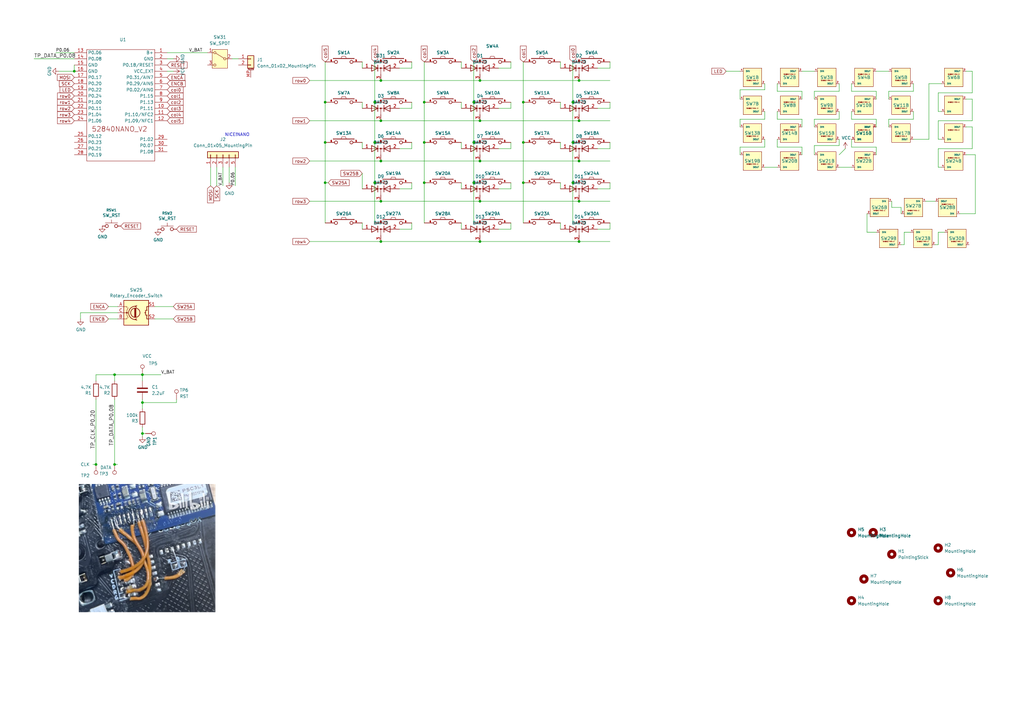
<source format=kicad_sch>
(kicad_sch (version 20231120) (generator "eeschema") (generator_version "8.0")
  (paper "A3")
  (junction (at 156.21 33.02))
  (junction (at 196.85 99.06))
  (junction (at 194.31 74.93))
  (junction (at 173.99 58.42))
  (junction (at 133.35 58.42))
  (junction (at 214.63 58.42))
  (junction (at 194.31 58.42))
  (junction (at 194.31 41.91))
  (junction (at 234.95 41.91))
  (junction (at 237.49 99.06))
  (junction (at 156.21 66.04))
  (junction (at 237.49 49.53))
  (junction (at 234.95 58.42))
  (junction (at 237.49 66.04))
  (junction (at 237.49 82.55))
  (junction (at 39.37 190.5))
  (junction (at 196.85 66.04))
  (junction (at 196.85 82.55))
  (junction (at 156.21 82.55))
  (junction (at 156.21 99.06))
  (junction (at 133.35 41.91))
  (junction (at 133.35 74.93))
  (junction (at 30.48 29.21))
  (junction (at 58.42 153.67))
  (junction (at 58.42 177.8))
  (junction (at 237.49 33.02))
  (junction (at 173.99 74.93))
  (junction (at 196.85 33.02))
  (junction (at 46.99 153.67))
  (junction (at 153.67 74.93))
  (junction (at 153.67 58.42))
  (junction (at 173.99 41.91))
  (junction (at 156.21 49.53))
  (junction (at 58.42 165.1))
  (junction (at 214.63 41.91))
  (junction (at 214.63 74.93))
  (junction (at 153.67 41.91))
  (junction (at 196.85 49.53))
  (junction (at 234.95 74.93))
  (junction (at 46.99 190.5))
  (wire (pts (xy 58.42 177.8) (xy 58.42 179.07)))
  (wire (pts (xy 58.42 165.1) (xy 58.42 167.64)))
  (wire (pts (xy 93.98 74.93) (xy 93.98 68.58)))
  (wire (pts (xy 250.19 60.96) (xy 245.11 60.96)))
  (wire (pts (xy 344.17 48.895) (xy 334.01 48.895)))
  (wire (pts (xy 63.5 125.73) (xy 71.12 125.73)))
  (wire (pts (xy 173.99 41.91) (xy 173.99 58.42)))
  (wire (pts (xy 194.31 25.4) (xy 194.31 41.91)))
  (wire (pts (xy 168.91 25.4) (xy 168.91 27.94)))
  (wire (pts (xy 156.21 49.53) (xy 196.85 49.53)))
  (wire (pts (xy 168.91 44.45) (xy 163.83 44.45)))
  (wire (pts (xy 355.6 95.25) (xy 359.41 95.25)))
  (wire (pts (xy 168.91 58.42) (xy 168.91 60.96)))
  (wire (pts (xy 237.49 66.04) (xy 250.19 66.04)))
  (wire (pts (xy 250.19 58.42) (xy 250.19 60.96)))
  (wire (pts (xy 328.93 60.325) (xy 318.77 60.325)))
  (wire (pts (xy 344.17 45.72) (xy 344.17 48.895)))
  (wire (pts (xy 398.78 29.21) (xy 398.78 38.1)))
  (wire (pts (xy 384.81 100.33) (xy 384.81 95.25)))
  (wire (pts (xy 344.17 57.15) (xy 344.17 59.69)))
  (wire (pts (xy 398.78 60.96) (xy 384.81 60.96)))
  (wire (pts (xy 168.91 77.47) (xy 163.83 77.47)))
  (wire (pts (xy 328.93 37.465) (xy 318.77 37.465)))
  (wire (pts (xy 359.41 52.07) (xy 359.41 48.895)))
  (wire (pts (xy 359.41 40.64) (xy 359.41 37.465)))
  (wire (pts (xy 168.91 27.94) (xy 163.83 27.94)))
  (wire (pts (xy 133.35 25.4) (xy 133.35 41.91)))
  (wire (pts (xy 96.52 68.58) (xy 96.52 76.2)))
  (wire (pts (xy 173.99 74.93) (xy 173.99 91.44)))
  (wire (pts (xy 374.65 37.465) (xy 364.49 37.465)))
  (wire (pts (xy 156.21 33.02) (xy 196.85 33.02)))
  (wire (pts (xy 168.91 74.93) (xy 168.91 77.47)))
  (wire (pts (xy 374.65 57.15) (xy 381 57.15)))
  (wire (pts (xy 369.57 87.63) (xy 369.57 85.09)))
  (wire (pts (xy 250.19 74.93) (xy 250.19 77.47)))
  (wire (pts (xy 400.05 63.5) (xy 400.05 87.63)))
  (wire (pts (xy 30.48 29.21) (xy 24.13 29.21)))
  (wire (pts (xy 156.21 82.55) (xy 196.85 82.55)))
  (wire (pts (xy 318.77 60.325) (xy 318.77 57.15)))
  (wire (pts (xy 66.04 153.67) (xy 58.42 153.67)))
  (wire (pts (xy 72.39 163.83) (xy 72.39 165.1)))
  (wire (pts (xy 30.48 26.67) (xy 30.48 29.21)))
  (wire (pts (xy 127 82.55) (xy 156.21 82.55)))
  (wire (pts (xy 384.81 95.25) (xy 387.35 95.25)))
  (wire (pts (xy 359.41 37.465) (xy 349.25 37.465)))
  (wire (pts (xy 374.65 48.895) (xy 364.49 48.895)))
  (wire (pts (xy 189.23 58.42) (xy 189.23 60.96)))
  (wire (pts (xy 196.85 33.02) (xy 237.49 33.02)))
  (wire (pts (xy 374.65 45.72) (xy 374.65 48.895)))
  (wire (pts (xy 398.78 49.53) (xy 384.81 49.53)))
  (wire (pts (xy 22.86 21.59) (xy 30.48 21.59)))
  (wire (pts (xy 214.63 41.91) (xy 214.63 58.42)))
  (wire (pts (xy 156.21 99.06) (xy 196.85 99.06)))
  (wire (pts (xy 86.36 76.2) (xy 86.36 68.58)))
  (wire (pts (xy 349.25 37.465) (xy 349.25 34.29)))
  (wire (pts (xy 133.35 74.93) (xy 134.62 74.93)))
  (wire (pts (xy 303.53 60.325) (xy 303.53 63.5)))
  (wire (pts (xy 359.41 48.895) (xy 349.25 48.895)))
  (wire (pts (xy 297.815 29.21) (xy 303.53 29.21)))
  (wire (pts (xy 127 33.02) (xy 156.21 33.02)))
  (wire (pts (xy 46.99 153.67) (xy 39.37 153.67)))
  (wire (pts (xy 133.35 41.91) (xy 133.35 58.42)))
  (wire (pts (xy 359.41 60.325) (xy 349.25 60.325)))
  (wire (pts (xy 133.35 58.42) (xy 133.35 74.93)))
  (wire (pts (xy 196.85 49.53) (xy 237.49 49.53)))
  (wire (pts (xy 229.87 74.93) (xy 229.87 77.47)))
  (wire (pts (xy 313.69 45.72) (xy 313.69 48.895)))
  (wire (pts (xy 349.25 60.325) (xy 349.25 57.15)))
  (wire (pts (xy 355.6 87.63) (xy 355.6 95.25)))
  (wire (pts (xy 194.31 74.93) (xy 194.31 91.44)))
  (wire (pts (xy 334.01 59.69) (xy 334.01 63.5)))
  (wire (pts (xy 318.77 48.895) (xy 318.77 45.72)))
  (wire (pts (xy 59.69 177.8) (xy 58.42 177.8)))
  (wire (pts (xy 46.99 153.67) (xy 46.99 156.21)))
  (wire (pts (xy 196.85 99.06) (xy 237.49 99.06)))
  (wire (pts (xy 153.67 25.4) (xy 153.67 41.91)))
  (wire (pts (xy 194.31 41.91) (xy 194.31 58.42)))
  (wire (pts (xy 328.93 48.895) (xy 318.77 48.895)))
  (wire (pts (xy 328.93 63.5) (xy 328.93 60.325)))
  (wire (pts (xy 250.19 27.94) (xy 245.11 27.94)))
  (wire (pts (xy 384.81 57.15) (xy 386.08 57.15)))
  (wire (pts (xy 398.78 40.64) (xy 398.78 49.53)))
  (wire (pts (xy 234.95 58.42) (xy 234.95 41.91)))
  (wire (pts (xy 237.49 82.55) (xy 250.19 82.55)))
  (wire (pts (xy 234.95 58.42) (xy 234.95 74.93)))
  (wire (pts (xy 237.49 99.06) (xy 250.19 99.06)))
  (wire (pts (xy 370.84 100.33) (xy 370.84 95.25)))
  (wire (pts (xy 196.85 66.04) (xy 237.49 66.04)))
  (wire (pts (xy 398.78 38.1) (xy 384.81 38.1)))
  (wire (pts (xy 88.9 76.2) (xy 88.9 68.58)))
  (wire (pts (xy 237.49 33.02) (xy 250.19 33.02)))
  (wire (pts (xy 229.87 91.44) (xy 229.87 93.98)))
  (wire (pts (xy 303.53 36.83) (xy 303.53 40.64)))
  (wire (pts (xy 13.97 24.13) (xy 30.48 24.13)))
  (wire (pts (xy 58.42 153.67) (xy 46.99 153.67)))
  (wire (pts (xy 384.81 38.1) (xy 384.81 45.72)))
  (wire (pts (xy 58.42 175.26) (xy 58.42 177.8)))
  (wire (pts (xy 38.1 190.5) (xy 39.37 190.5)))
  (wire (pts (xy 168.91 91.44) (xy 168.91 93.98)))
  (wire (pts (xy 209.55 93.98) (xy 204.47 93.98)))
  (wire (pts (xy 214.63 58.42) (xy 214.63 74.93)))
  (wire (pts (xy 313.69 68.58) (xy 318.77 68.58)))
  (wire (pts (xy 173.99 58.42) (xy 173.99 74.93)))
  (wire (pts (xy 95.25 24.13) (xy 97.79 24.13)))
  (wire (pts (xy 39.37 153.67) (xy 39.37 156.21)))
  (wire (pts (xy 196.85 82.55) (xy 237.49 82.55)))
  (wire (pts (xy 250.19 93.98) (xy 245.11 93.98)))
  (wire (pts (xy 209.55 25.4) (xy 209.55 27.94)))
  (wire (pts (xy 381 57.15) (xy 381 34.29)))
  (wire (pts (xy 237.49 49.53) (xy 250.19 49.53)))
  (wire (pts (xy 44.45 125.73) (xy 48.26 125.73)))
  (wire (pts (xy 313.69 36.83) (xy 303.53 36.83)))
  (wire (pts (xy 68.58 24.13) (xy 71.12 24.13)))
  (wire (pts (xy 214.63 25.4) (xy 214.63 41.91)))
  (wire (pts (xy 396.24 29.21) (xy 398.78 29.21)))
  (wire (pts (xy 194.31 58.42) (xy 194.31 74.93)))
  (wire (pts (xy 384.81 45.72) (xy 386.08 45.72)))
  (wire (pts (xy 334.01 37.465) (xy 334.01 40.64)))
  (wire (pts (xy 250.19 91.44) (xy 250.19 93.98)))
  (wire (pts (xy 328.93 40.64) (xy 328.93 37.465)))
  (wire (pts (xy 313.69 34.29) (xy 313.69 36.83)))
  (wire (pts (xy 384.81 68.58) (xy 386.08 68.58)))
  (wire (pts (xy 328.93 29.21) (xy 334.01 29.21)))
  (wire (pts (xy 72.39 165.1) (xy 58.42 165.1)))
  (wire (pts (xy 374.65 34.29) (xy 374.65 37.465)))
  (wire (pts (xy 359.41 63.5) (xy 359.41 60.325)))
  (wire (pts (xy 127 49.53) (xy 156.21 49.53)))
  (wire (pts (xy 383.54 100.33) (xy 384.81 100.33)))
  (wire (pts (xy 364.49 48.895) (xy 364.49 52.07)))
  (wire (pts (xy 209.55 27.94) (xy 204.47 27.94)))
  (wire (pts (xy 209.55 60.96) (xy 204.47 60.96)))
  (wire (pts (xy 396.24 40.64) (xy 398.78 40.64)))
  (wire (pts (xy 68.58 29.21) (xy 71.12 29.21)))
  (wire (pts (xy 189.23 41.91) (xy 189.23 44.45)))
  (wire (pts (xy 48.26 128.27) (xy 33.02 128.27)))
  (wire (pts (xy 153.67 58.42) (xy 153.67 74.93)))
  (wire (pts (xy 349.25 48.895) (xy 349.25 45.72)))
  (wire (pts (xy 148.59 71.12) (xy 148.59 77.47)))
  (wire (pts (xy 381 34.29) (xy 386.08 34.29)))
  (wire (pts (xy 303.53 48.895) (xy 303.53 52.07)))
  (wire (pts (xy 384.81 49.53) (xy 384.81 57.15)))
  (wire (pts (xy 384.81 60.96) (xy 384.81 68.58)))
  (wire (pts (xy 127 66.04) (xy 156.21 66.04)))
  (wire (pts (xy 400.05 87.63) (xy 393.7 87.63)))
  (wire (pts (xy 250.19 77.47) (xy 245.11 77.47)))
  (wire (pts (xy 168.91 41.91) (xy 168.91 44.45)))
  (wire (pts (xy 189.23 74.93) (xy 189.23 77.47)))
  (wire (pts (xy 250.19 44.45) (xy 245.11 44.45)))
  (wire (pts (xy 133.35 74.93) (xy 133.35 91.44)))
  (wire (pts (xy 234.95 41.91) (xy 234.95 25.4)))
  (wire (pts (xy 369.57 100.33) (xy 370.84 100.33)))
  (wire (pts (xy 364.49 37.465) (xy 364.49 40.64)))
  (wire (pts (xy 365.76 85.09) (xy 365.76 82.55)))
  (wire (pts (xy 344.17 59.69) (xy 334.01 59.69)))
  (wire (pts (xy 344.17 37.465) (xy 334.01 37.465)))
  (wire (pts (xy 209.55 77.47) (xy 204.47 77.47)))
  (wire (pts (xy 46.99 190.5) (xy 48.26 190.5)))
  (wire (pts (xy 168.91 93.98) (xy 163.83 93.98)))
  (wire (pts (xy 234.95 74.93) (xy 234.95 91.44)))
  (wire (pts (xy 396.24 52.07) (xy 398.78 52.07)))
  (wire (pts (xy 148.59 91.44) (xy 148.59 93.98)))
  (wire (pts (xy 153.67 41.91) (xy 153.67 58.42)))
  (wire (pts (xy 334.01 48.895) (xy 334.01 52.07)))
  (wire (pts (xy 148.59 25.4) (xy 148.59 27.94)))
  (wire (pts (xy 46.99 163.83) (xy 46.99 190.5)))
  (wire (pts (xy 173.99 25.4) (xy 173.99 41.91)))
  (wire (pts (xy 369.57 85.09) (xy 365.76 85.09)))
  (wire (pts (xy 344.17 68.58) (xy 349.25 68.58)))
  (wire (pts (xy 148.59 58.42) (xy 148.59 60.96)))
  (wire (pts (xy 91.44 76.2) (xy 91.44 68.58)))
  (wire (pts (xy 344.17 34.29) (xy 344.17 37.465)))
  (wire (pts (xy 370.84 95.25) (xy 373.38 95.25)))
  (wire (pts (xy 379.73 82.55) (xy 383.54 82.55)))
  (wire (pts (xy 58.42 165.1) (xy 58.42 163.83)))
  (wire (pts (xy 209.55 58.42) (xy 209.55 60.96)))
  (wire (pts (xy 359.41 29.21) (xy 364.49 29.21)))
  (wire (pts (xy 209.55 41.91) (xy 209.55 44.45)))
  (wire (pts (xy 250.19 25.4) (xy 250.19 27.94)))
  (wire (pts (xy 63.5 130.81) (xy 71.12 130.81)))
  (wire (pts (xy 313.69 57.15) (xy 313.69 60.325)))
  (wire (pts (xy 153.67 74.93) (xy 153.67 91.44)))
  (wire (pts (xy 44.45 130.81) (xy 48.26 130.81)))
  (wire (pts (xy 229.87 25.4) (xy 229.87 27.94)))
  (wire (pts (xy 318.77 37.465) (xy 318.77 34.29)))
  (wire (pts (xy 346.71 60.96) (xy 344.17 63.5)))
  (wire (pts (xy 39.37 163.83) (xy 39.37 190.5)))
  (wire (pts (xy 189.23 25.4) (xy 189.23 27.94)))
  (wire (pts (xy 328.93 52.07) (xy 328.93 48.895)))
  (wire (pts (xy 214.63 74.93) (xy 214.63 91.44)))
  (wire (pts (xy 156.21 66.04) (xy 196.85 66.04)))
  (wire (pts (xy 127 99.06) (xy 156.21 99.06)))
  (wire (pts (xy 189.23 91.44) (xy 189.23 93.98)))
  (wire (pts (xy 58.42 153.67) (xy 58.42 156.21)))
  (wire (pts (xy 148.59 41.91) (xy 148.59 44.45)))
  (wire (pts (xy 313.69 60.325) (xy 303.53 60.325)))
  (wire (pts (xy 168.91 60.96) (xy 163.83 60.96)))
  (wire (pts (xy 398.78 52.07) (xy 398.78 60.96)))
  (wire (pts (xy 250.19 41.91) (xy 250.19 44.45)))
  (wire (pts (xy 229.87 41.91) (xy 229.87 44.45)))
  (wire (pts (xy 209.55 44.45) (xy 204.47 44.45)))
  (wire (pts (xy 396.24 63.5) (xy 400.05 63.5)))
  (wire (pts (xy 209.55 74.93) (xy 209.55 77.47)))
  (wire (pts (xy 68.58 21.59) (xy 85.09 21.59)))
  (wire (pts (xy 33.02 128.27) (xy 33.02 130.81)))
  (wire (pts (xy 209.55 91.44) (xy 209.55 93.98)))
  (wire (pts (xy 229.87 58.42) (xy 229.87 60.96)))
  (wire (pts (xy 313.69 48.895) (xy 303.53 48.895)))
  (image (at 60.325 224.79))
  (text "NICE!NANO" (at 97.282 55.372 0) (effects (font (size 1.27 1.27))))
  (label "P0.06" (at 96.52 76.2 90))
  (label "TP_DATA_P0.08" (at 13.97 24.13 0) (effects (font (size 1.524 1.524))))
  (label "V_BAT" (at 91.44 76.2 90))
  (label "V_BAT" (at 77.47 21.59 0))
  (label "V_BAT" (at 66.04 153.67 0))
  (label "TP_DATA_P0.08" (at 46.99 182.88 90) (effects (font (size 1.524 1.524))))
  (label "P0.06" (at 22.86 21.59 0))
  (label "TP_CLK_P0.20" (at 39.37 184.15 90) (effects (font (size 1.524 1.524))))
  (global_label "ENCA" (shape input) (at 68.58 31.75 0) (property "Intersheetrefs" "${INTERSHEET_REFS}" (effects (hide yes))) (property "插入图纸页参考" "${INTERSHEET_REFS}" (effects (hide yes))))
  (global_label "col2" (shape input) (at 68.58 41.91 0) (property "Intersheetrefs" "${INTERSHEET_REFS}" (effects (hide yes))) (property "插入图纸页参考" "${INTERSHEET_REFS}" (effects (hide yes))))
  (global_label "col3" (shape input) (at 68.58 44.45 0) (property "Intersheetrefs" "${INTERSHEET_REFS}" (effects (hide yes))) (property "插入图纸页参考" "${INTERSHEET_REFS}" (effects (hide yes))))
  (global_label "row1" (shape input) (at 127 49.53 180) (property "Intersheetrefs" "${INTERSHEET_REFS}" (effects (hide yes))) (property "插入图纸页参考" "${INTERSHEET_REFS}" (effects (hide yes))))
  (global_label "col1" (shape input) (at 214.63 25.4 90) (property "Intersheetrefs" "${INTERSHEET_REFS}" (effects (hide yes))) (property "插入图纸页参考" "${INTERSHEET_REFS}" (effects (hide yes))))
  (global_label "col0" (shape input) (at 68.58 36.83 0) (property "Intersheetrefs" "${INTERSHEET_REFS}" (effects (hide yes))) (property "插入图纸页参考" "${INTERSHEET_REFS}" (effects (hide yes))))
  (global_label "ENCA" (shape input) (at 44.45 125.73 180) (property "Intersheetrefs" "${INTERSHEET_REFS}" (effects (hide yes))) (property "插入图纸页参考" "${INTERSHEET_REFS}" (effects (hide yes))))
  (global_label "col5" (shape input) (at 133.35 25.4 90) (property "Intersheetrefs" "${INTERSHEET_REFS}" (effects (hide yes))) (property "插入图纸页参考" "${INTERSHEET_REFS}" (effects (hide yes))))
  (global_label "LED" (shape input) (at 30.48 36.83 180) (property "Intersheetrefs" "${INTERSHEET_REFS}" (effects (hide yes))) (property "插入图纸页参考" "${INTERSHEET_REFS}" (effects (hide yes))))
  (global_label "row2" (shape input) (at 127 66.04 180) (property "Intersheetrefs" "${INTERSHEET_REFS}" (effects (hide yes))) (property "插入图纸页参考" "${INTERSHEET_REFS}" (effects (hide yes))))
  (global_label "LED" (shape input) (at 297.815 29.21 180) (property "Intersheetrefs" "${INTERSHEET_REFS}" (effects (hide yes))) (property "插入图纸页参考" "${INTERSHEET_REFS}" (effects (hide yes))))
  (global_label "row3" (shape input) (at 30.48 46.99 180) (property "Intersheetrefs" "${INTERSHEET_REFS}" (effects (hide yes))) (property "插入图纸页参考" "${INTERSHEET_REFS}" (effects (hide yes))))
  (global_label "SW25B" (shape input) (at 71.12 130.81 0) (property "Intersheetrefs" "${INTERSHEET_REFS}" (effects (hide yes))) (property "插入图纸页参考" "${INTERSHEET_REFS}" (effects (hide yes))))
  (global_label "row0" (shape input) (at 30.48 39.37 180) (property "Intersheetrefs" "${INTERSHEET_REFS}" (effects (hide yes))) (property "插入图纸页参考" "${INTERSHEET_REFS}" (effects (hide yes))))
  (global_label "col4" (shape input) (at 68.58 46.99 0) (property "Intersheetrefs" "${INTERSHEET_REFS}" (effects (hide yes))) (property "插入图纸页参考" "${INTERSHEET_REFS}" (effects (hide yes))))
  (global_label "MOSI" (shape input) (at 30.48 31.75 180) (property "Intersheetrefs" "${INTERSHEET_REFS}" (effects (hide yes))) (property "插入图纸页参考" "${INTERSHEET_REFS}" (effects (hide yes))))
  (global_label "RESET" (shape input) (at 72.39 93.98 0) (property "Intersheetrefs" "${INTERSHEET_REFS}" (effects (hide yes))) (property "插入图纸页参考" "${INTERSHEET_REFS}" (effects (hide yes))))
  (global_label "col4" (shape input) (at 153.67 25.4 90) (property "Intersheetrefs" "${INTERSHEET_REFS}" (effects (hide yes))) (property "插入图纸页参考" "${INTERSHEET_REFS}" (effects (hide yes))))
  (global_label "SCK" (shape input) (at 88.9 76.2 270) (property "Intersheetrefs" "${INTERSHEET_REFS}" (effects (hide yes))) (property "插入图纸页参考" "${INTERSHEET_REFS}" (effects (hide yes))))
  (global_label "col3" (shape input) (at 173.99 25.4 90) (property "Intersheetrefs" "${INTERSHEET_REFS}" (effects (hide yes))) (property "插入图纸页参考" "${INTERSHEET_REFS}" (effects (hide yes))))
  (global_label "col5" (shape input) (at 68.58 49.53 0) (property "Intersheetrefs" "${INTERSHEET_REFS}" (effects (hide yes))) (property "插入图纸页参考" "${INTERSHEET_REFS}" (effects (hide yes))))
  (global_label "SW25A" (shape input) (at 134.62 74.93 0) (property "Intersheetrefs" "${INTERSHEET_REFS}" (effects (hide yes))) (property "插入图纸页参考" "${INTERSHEET_REFS}" (effects (hide yes))))
  (global_label "ENCB" (shape input) (at 68.58 34.29 0) (property "Intersheetrefs" "${INTERSHEET_REFS}" (effects (hide yes))) (property "插入图纸页参考" "${INTERSHEET_REFS}" (effects (hide yes))))
  (global_label "RESET" (shape input) (at 68.58 26.67 0) (property "Intersheetrefs" "${INTERSHEET_REFS}" (effects (hide yes))) (property "插入图纸页参考" "${INTERSHEET_REFS}" (effects (hide yes))))
  (global_label "row0" (shape input) (at 127 33.02 180) (property "Intersheetrefs" "${INTERSHEET_REFS}" (effects (hide yes))) (property "插入图纸页参考" "${INTERSHEET_REFS}" (effects (hide yes))))
  (global_label "row1" (shape input) (at 30.48 41.91 180) (property "Intersheetrefs" "${INTERSHEET_REFS}" (effects (hide yes))) (property "插入图纸页参考" "${INTERSHEET_REFS}" (effects (hide yes))))
  (global_label "RESET" (shape input) (at 49.53 92.71 0) (property "Intersheetrefs" "${INTERSHEET_REFS}" (effects (hide yes))) (property "插入图纸页参考" "${INTERSHEET_REFS}" (effects (hide yes))))
  (global_label "col1" (shape input) (at 68.58 39.37 0) (property "Intersheetrefs" "${INTERSHEET_REFS}" (effects (hide yes))) (property "插入图纸页参考" "${INTERSHEET_REFS}" (effects (hide yes))))
  (global_label "row4" (shape input) (at 127 99.06 180) (property "Intersheetrefs" "${INTERSHEET_REFS}" (effects (hide yes))) (property "插入图纸页参考" "${INTERSHEET_REFS}" (effects (hide yes))))
  (global_label "SW25A" (shape input) (at 71.12 125.73 0) (property "Intersheetrefs" "${INTERSHEET_REFS}" (effects (hide yes))) (property "插入图纸页参考" "${INTERSHEET_REFS}" (effects (hide yes))))
  (global_label "col2" (shape input) (at 194.31 25.4 90) (property "Intersheetrefs" "${INTERSHEET_REFS}" (effects (hide yes))) (property "插入图纸页参考" "${INTERSHEET_REFS}" (effects (hide yes))))
  (global_label "row3" (shape input) (at 127 82.55 180) (property "Intersheetrefs" "${INTERSHEET_REFS}" (effects (hide yes))) (property "插入图纸页参考" "${INTERSHEET_REFS}" (effects (hide yes))))
  (global_label "ENCB" (shape input) (at 44.45 130.81 180) (property "Intersheetrefs" "${INTERSHEET_REFS}" (effects (hide yes))) (property "插入图纸页参考" "${INTERSHEET_REFS}" (effects (hide yes))))
  (global_label "SW25B" (shape input) (at 148.59 71.12 180) (property "Intersheetrefs" "${INTERSHEET_REFS}" (effects (hide yes))) (property "插入图纸页参考" "${INTERSHEET_REFS}" (effects (hide yes))))
  (global_label "row4" (shape input) (at 30.48 49.53 180) (property "Intersheetrefs" "${INTERSHEET_REFS}" (effects (hide yes))) (property "插入图纸页参考" "${INTERSHEET_REFS}" (effects (hide yes))))
  (global_label "SCK" (shape input) (at 30.48 34.29 180) (property "Intersheetrefs" "${INTERSHEET_REFS}" (effects (hide yes))) (property "插入图纸页参考" "${INTERSHEET_REFS}" (effects (hide yes))))
  (global_label "col0" (shape input) (at 234.95 25.4 90) (property "Intersheetrefs" "${INTERSHEET_REFS}" (effects (hide yes))) (property "插入图纸页参考" "${INTERSHEET_REFS}" (effects (hide yes))))
  (global_label "MOSI" (shape input) (at 86.36 76.2 270) (property "Intersheetrefs" "${INTERSHEET_REFS}" (effects (hide yes))) (property "插入图纸页参考" "${INTERSHEET_REFS}" (effects (hide yes))))
  (global_label "row2" (shape input) (at 30.48 44.45 180) (property "Intersheetrefs" "${INTERSHEET_REFS}" (effects (hide yes))) (property "插入图纸页参考" "${INTERSHEET_REFS}" (effects (hide yes))))
  (symbol (lib_id "Tiboard:SW_PUSH_LED") (at 140.97 91.44 0) (unit 1)
    (property "Reference" "SW26" (at 140.97 87.63 0))
    (property "Value" "SW_PUSH_LED" (effects (hide yes)))
    (property "Footprint" "0_Tiboard:TTC_mini" (effects (hide yes)))
  )
  (symbol (lib_id "Tiboard:SW_PUSH_LED") (at 140.97 25.4 0) (unit 1)
    (property "Reference" "SW1" (at 140.97 21.59 0))
    (property "Value" "SW_PUSH_LED" (effects (hide yes)))
    (property "Footprint" "0_Tiboard:TTC_mini" (effects (hide yes)))
  )
  (symbol (lib_id "Tiboard:SW_PUSH_LED") (at 161.29 25.4 0) (unit 1)
    (property "Reference" "SW2" (at 161.29 21.59 0))
    (property "Value" "SW_PUSH_LED" (effects (hide yes)))
    (property "Footprint" "0_Tiboard:TTC_mini" (effects (hide yes)))
  )
  (symbol (lib_id "Tiboard:SW_PUSH_LED") (at 181.61 25.4 0) (unit 1)
    (property "Reference" "SW3" (at 181.61 21.59 0))
    (property "Value" "SW_PUSH_LED" (effects (hide yes)))
    (property "Footprint" "0_Tiboard:TTC_mini" (effects (hide yes)))
  )
  (symbol (lib_id "Tiboard:SW_PUSH_LED") (at 201.93 25.4 0) (unit 1)
    (property "Reference" "SW4" (at 201.93 18.923 0))
    (property "Value" "SW_PUSH_LED" (effects (hide yes)))
    (property "Footprint" "0_Tiboard:TTC_mini" (effects (hide yes)))
  )
  (symbol (lib_id "Tiboard:SW_PUSH_LED") (at 222.25 25.4 0) (unit 1)
    (property "Reference" "SW5" (at 222.25 21.59 0))
    (property "Value" "SW_PUSH_LED" (effects (hide yes)))
    (property "Footprint" "0_Tiboard:TTC_mini" (effects (hide yes)))
  )
  (symbol (lib_id "Tiboard:SW_PUSH_LED") (at 242.57 25.4 0) (unit 1)
    (property "Reference" "SW6" (at 242.57 21.59 0))
    (property "Value" "SW_PUSH_LED" (effects (hide yes)))
    (property "Footprint" "0_Tiboard:TTC_mini" (effects (hide yes)))
  )
  (symbol (lib_id "Tiboard:SW_PUSH_LED") (at 161.29 41.91 0) (unit 1)
    (property "Reference" "SW8" (at 161.29 38.1 0))
    (property "Value" "SW_PUSH_LED" (effects (hide yes)))
    (property "Footprint" "0_Tiboard:TTC_mini" (effects (hide yes)))
  )
  (symbol (lib_id "Tiboard:SW_PUSH_LED") (at 181.61 41.91 0) (unit 1)
    (property "Reference" "SW9" (at 181.61 38.1 0))
    (property "Value" "SW_PUSH_LED" (effects (hide yes)))
    (property "Footprint" "0_Tiboard:TTC_mini" (effects (hide yes)))
  )
  (symbol (lib_id "Tiboard:SW_PUSH_LED") (at 201.93 41.91 0) (unit 1)
    (property "Reference" "SW10" (at 201.93 38.1 0))
    (property "Value" "SW_PUSH_LED" (effects (hide yes)))
    (property "Footprint" "0_Tiboard:TTC_mini" (effects (hide yes)))
  )
  (symbol (lib_id "Tiboard:SW_PUSH_LED") (at 222.25 41.91 0) (unit 1)
    (property "Reference" "SW11" (at 222.25 38.1 0))
    (property "Value" "SW_PUSH_LED" (effects (hide yes)))
    (property "Footprint" "0_Tiboard:TTC_mini" (effects (hide yes)))
  )
  (symbol (lib_id "Tiboard:SW_PUSH_LED") (at 242.57 41.91 0) (unit 1)
    (property "Reference" "SW12" (at 242.57 38.1 0))
    (property "Value" "SW_PUSH_LED" (effects (hide yes)))
    (property "Footprint" "0_Tiboard:TTC_mini" (effects (hide yes)))
  )
  (symbol (lib_id "Tiboard:SW_PUSH_LED") (at 140.97 41.91 0) (unit 1)
    (property "Reference" "SW7" (at 140.97 38.1 0))
    (property "Value" "SW_PUSH_LED" (effects (hide yes)))
    (property "Footprint" "0_Tiboard:TTC_mini" (effects (hide yes)))
  )
  (symbol (lib_id "Tiboard:SW_PUSH_LED") (at 140.97 58.42 0) (unit 1)
    (property "Reference" "SW13" (at 140.97 54.61 0))
    (property "Value" "SW_PUSH_LED" (effects (hide yes)))
    (property "Footprint" "0_Tiboard:TTC_mini" (effects (hide yes)))
  )
  (symbol (lib_id "Tiboard:SW_PUSH_LED") (at 161.29 58.42 0) (unit 1)
    (property "Reference" "SW14" (at 161.29 54.61 0))
    (property "Value" "SW_PUSH_LED" (effects (hide yes)))
    (property "Footprint" "0_Tiboard:TTC_mini" (effects (hide yes)))
  )
  (symbol (lib_id "Tiboard:SW_PUSH_LED") (at 181.61 58.42 0) (unit 1)
    (property "Reference" "SW15" (at 181.61 54.61 0))
    (property "Value" "SW_PUSH_LED" (effects (hide yes)))
    (property "Footprint" "0_Tiboard:TTC_mini" (effects (hide yes)))
  )
  (symbol (lib_id "Tiboard:SW_PUSH_LED") (at 201.93 58.42 0) (unit 1)
    (property "Reference" "SW16" (at 201.93 54.61 0))
    (property "Value" "SW_PUSH_LED" (effects (hide yes)))
    (property "Footprint" "0_Tiboard:TTC_mini" (effects (hide yes)))
  )
  (symbol (lib_id "Tiboard:SW_PUSH_LED") (at 222.25 58.42 0) (unit 1)
    (property "Reference" "SW17" (at 222.25 54.61 0))
    (property "Value" "SW_PUSH_LED" (effects (hide yes)))
    (property "Footprint" "0_Tiboard:TTC_mini" (effects (hide yes)))
  )
  (symbol (lib_id "Tiboard:SW_PUSH_LED") (at 242.57 58.42 0) (unit 1)
    (property "Reference" "SW18" (at 242.57 54.61 0))
    (property "Value" "SW_PUSH_LED" (effects (hide yes)))
    (property "Footprint" "0_Tiboard:TTC_mini" (effects (hide yes)))
  )
  (symbol (lib_id "Tiboard:SW_PUSH_LED") (at 201.93 74.93 0) (unit 1)
    (property "Reference" "SW21" (at 201.93 71.12 0))
    (property "Value" "SW_PUSH_LED" (effects (hide yes)))
    (property "Footprint" "0_Tiboard:TTC_mini" (effects (hide yes)))
  )
  (symbol (lib_id "Tiboard:SW_PUSH_LED") (at 222.25 74.93 0) (unit 1)
    (property "Reference" "SW22" (at 222.25 71.12 0))
    (property "Value" "SW_PUSH_LED" (effects (hide yes)))
    (property "Footprint" "0_Tiboard:TTC_mini" (effects (hide yes)))
  )
  (symbol (lib_id "Tiboard:SW_PUSH_LED") (at 222.25 91.44 0) (unit 1)
    (property "Reference" "SW23" (at 222.25 87.63 0))
    (property "Value" "SW_PUSH_LED" (effects (hide yes)))
    (property "Footprint" "0_Tiboard:TTC_mini" (effects (hide yes)))
  )
  (symbol (lib_id "Tiboard:SW_PUSH_LED") (at 242.57 74.93 0) (unit 1)
    (property "Reference" "SW24" (at 242.57 71.12 0))
    (property "Value" "SW_PUSH_LED" (effects (hide yes)))
    (property "Footprint" "0_Tiboard:TTC_mini" (effects (hide yes)))
  )
  (symbol (lib_id "Tiboard:SW_PUSH_LED") (at 181.61 74.93 0) (unit 1)
    (property "Reference" "SW20" (at 181.61 71.12 0))
    (property "Value" "SW_PUSH_LED" (effects (hide yes)))
    (property "Footprint" "0_Tiboard:TTC_mini" (effects (hide yes)))
  )
  (symbol (lib_id "Tiboard:SW_PUSH_LED") (at 161.29 74.93 0) (unit 1)
    (property "Reference" "SW19" (at 161.29 71.12 0))
    (property "Value" "SW_PUSH_LED" (effects (hide yes)))
    (property "Footprint" "0_Tiboard:TTC_mini" (effects (hide yes)))
  )
  (symbol (lib_id "Tiboard:SW_PUSH_LED") (at 161.29 91.44 0) (unit 1)
    (property "Reference" "SW27" (at 161.29 87.63 0))
    (property "Value" "SW_PUSH_LED" (effects (hide yes)))
    (property "Footprint" "0_Tiboard:TTC_mini" (effects (hide yes)))
  )
  (symbol (lib_id "Tiboard:SW_PUSH_LED") (at 181.61 91.44 0) (unit 1)
    (property "Reference" "SW28" (at 181.61 87.63 0))
    (property "Value" "SW_PUSH_LED" (effects (hide yes)))
    (property "Footprint" "0_Tiboard:TTC_mini" (effects (hide yes)))
  )
  (symbol (lib_id "Tiboard:SW_PUSH_LED") (at 201.93 91.44 0) (unit 1)
    (property "Reference" "SW29" (at 201.93 87.63 0))
    (property "Value" "SW_PUSH_LED" (effects (hide yes)))
    (property "Footprint" "0_Tiboard:TTC_mini" (effects (hide yes)))
  )
  (symbol (lib_id "power:GND") (at 41.91 92.71 0) (unit 1)
    (property "Reference" "#PWR010" (effects (hide yes)))
    (property "Value" "GND" (at 42.037 97.1042 0))
  )
  (symbol (lib_id "SofleKeyboard-rescue:SW_RST-Lily58-cache-Lily58_Pro-rescue-SofleKeyboard-rescue") (at 45.72 92.71 0) (unit 1)
    (property "Reference" "RSW1" (at 45.72 86.2076 0) (effects (font (size 1.016 1.016))))
    (property "Value" "SW_RST" (at 45.72 88.3158 0))
    (property "Footprint" "Button_Switch_SMD:SW_SPST_CK_KXT3" (effects (hide yes)))
  )
  (symbol (lib_id "Tiboard:SW_PUSH_LED") (at 242.57 91.44 0) (unit 1)
    (property "Reference" "SW30" (at 242.57 87.63 0))
    (property "Value" "SW_PUSH_LED" (effects (hide yes)))
    (property "Footprint" "0_Tiboard:TTC_mini" (effects (hide yes)))
  )
  (symbol (lib_id "Tiboard:Rotary_Encoder_Switch") (at 55.88 128.27 0) (unit 1)
    (property "Reference" "SW25" (at 55.88 118.9482 0))
    (property "Value" "Rotary_Encoder_Switch" (at 55.88 121.2596 0))
    (property "Footprint" "myboard:RotaryEncoder_Alps_EC11E-Switch_Vertical_H20mm-keebio_modified" (effects (hide yes)))
  )
  (symbol (lib_id "power:GND") (at 33.02 130.81 0) (unit 1)
    (property "Reference" "#PWR0103" (effects (hide yes)))
    (property "Value" "GND" (at 33.147 135.2042 0))
  )
  (symbol (lib_id "Tiboard:SW_PUSH_LED") (at 308.61 31.75 0) (mirror y) (unit 2)
    (property "Reference" "SW1" (at 308.61 31.75 0))
    (property "Value" "SW_PUSH_LED" (effects (hide yes)))
    (property "Footprint" "0_Tiboard:TTC_mini" (effects (hide yes)))
  )
  (symbol (lib_id "Tiboard:SW_PUSH_LED") (at 323.85 31.75 180) (unit 2)
    (property "Reference" "SW2" (at 323.85 31.75 0))
    (property "Value" "SW_PUSH_LED" (effects (hide yes)))
    (property "Footprint" "0_Tiboard:TTC_mini" (effects (hide yes)))
  )
  (symbol (lib_id "Tiboard:SW_PUSH_LED") (at 339.09 31.75 0) (mirror y) (unit 2)
    (property "Reference" "SW3" (at 339.09 31.75 0))
    (property "Value" "SW_PUSH_LED" (effects (hide yes)))
    (property "Footprint" "0_Tiboard:TTC_mini" (effects (hide yes)))
  )
  (symbol (lib_id "Tiboard:SW_PUSH_LED") (at 354.33 31.75 180) (unit 2)
    (property "Reference" "SW4" (at 354.33 31.75 0))
    (property "Value" "SW_PUSH_LED" (effects (hide yes)))
    (property "Footprint" "0_Tiboard:TTC_mini" (effects (hide yes)))
  )
  (symbol (lib_id "Tiboard:SW_PUSH_LED") (at 369.57 31.75 0) (mirror y) (unit 2)
    (property "Reference" "SW5" (at 369.57 31.75 0))
    (property "Value" "SW_PUSH_LED" (effects (hide yes)))
    (property "Footprint" "0_Tiboard:TTC_mini" (effects (hide yes)))
  )
  (symbol (lib_id "Tiboard:SW_PUSH_LED") (at 391.16 31.75 180) (unit 2)
    (property "Reference" "SW6" (at 391.16 31.75 0))
    (property "Value" "SW_PUSH_LED" (effects (hide yes)))
    (property "Footprint" "0_Tiboard:TTC_mini" (effects (hide yes)))
  )
  (symbol (lib_id "Tiboard:SW_PUSH_LED") (at 308.61 43.18 0) (mirror y) (unit 2)
    (property "Reference" "SW7" (at 308.61 42.545 0))
    (property "Value" "SW_PUSH_LED" (effects (hide yes)))
    (property "Footprint" "0_Tiboard:TTC_mini" (effects (hide yes)))
  )
  (symbol (lib_id "Tiboard:SW_PUSH_LED") (at 323.85 43.18 180) (unit 2)
    (property "Reference" "SW8" (at 323.85 43.18 0))
    (property "Value" "SW_PUSH_LED" (effects (hide yes)))
    (property "Footprint" "0_Tiboard:TTC_mini" (effects (hide yes)))
  )
  (symbol (lib_id "Tiboard:SW_PUSH_LED") (at 339.09 43.18 0) (mirror y) (unit 2)
    (property "Reference" "SW9" (at 339.09 43.18 0))
    (property "Value" "SW_PUSH_LED" (effects (hide yes)))
    (property "Footprint" "0_Tiboard:TTC_mini" (effects (hide yes)))
  )
  (symbol (lib_id "Tiboard:SW_PUSH_LED") (at 354.33 43.18 180) (unit 2)
    (property "Reference" "SW10" (at 354.33 43.18 0))
    (property "Value" "SW_PUSH_LED" (effects (hide yes)))
    (property "Footprint" "0_Tiboard:TTC_mini" (effects (hide yes)))
  )
  (symbol (lib_id "Tiboard:SW_PUSH_LED") (at 369.57 43.18 0) (mirror y) (unit 2)
    (property "Reference" "SW11" (at 369.57 43.18 0))
    (property "Value" "SW_PUSH_LED" (effects (hide yes)))
    (property "Footprint" "0_Tiboard:TTC_mini" (effects (hide yes)))
  )
  (symbol (lib_id "Tiboard:SW_PUSH_LED") (at 391.16 43.18 180) (unit 2)
    (property "Reference" "SW12" (effects (hide yes)))
    (property "Value" "SW_PUSH_LED" (effects (hide yes)))
    (property "Footprint" "0_Tiboard:TTC_mini" (effects (hide yes)))
  )
  (symbol (lib_id "Tiboard:SW_PUSH_LED") (at 391.16 66.04 180) (unit 2)
    (property "Reference" "SW24" (at 391.16 66.04 0))
    (property "Value" "SW_PUSH_LED" (effects (hide yes)))
    (property "Footprint" "0_Tiboard:TTC_mini" (effects (hide yes)))
  )
  (symbol (lib_id "Tiboard:SW_PUSH_LED") (at 354.33 66.04 180) (unit 2)
    (property "Reference" "SW22" (at 354.33 66.04 0))
    (property "Value" "SW_PUSH_LED" (effects (hide yes)))
    (property "Footprint" "0_Tiboard:TTC_mini" (effects (hide yes)))
  )
  (symbol (lib_id "Tiboard:SW_PUSH_LED") (at 339.09 66.04 0) (mirror y) (unit 2)
    (property "Reference" "SW21" (at 339.09 66.04 0))
    (property "Value" "SW_PUSH_LED" (effects (hide yes)))
    (property "Footprint" "0_Tiboard:TTC_mini" (effects (hide yes)))
  )
  (symbol (lib_id "Tiboard:SW_PUSH_LED") (at 323.85 66.04 180) (unit 2)
    (property "Reference" "SW20" (at 323.85 66.04 0))
    (property "Value" "SW_PUSH_LED" (effects (hide yes)))
    (property "Footprint" "0_Tiboard:TTC_mini" (effects (hide yes)))
  )
  (symbol (lib_id "Tiboard:SW_PUSH_LED") (at 308.61 66.04 0) (mirror y) (unit 2)
    (property "Reference" "SW19" (at 308.61 66.04 0))
    (property "Value" "SW_PUSH_LED" (effects (hide yes)))
    (property "Footprint" "0_Tiboard:TTC_mini" (effects (hide yes)))
  )
  (symbol (lib_id "Tiboard:SW_PUSH_LED") (at 391.16 54.61 180) (unit 2)
    (property "Reference" "SW18" (effects (hide yes)))
    (property "Value" "SW_PUSH_LED" (effects (hide yes)))
    (property "Footprint" "0_Tiboard:TTC_mini" (effects (hide yes)))
  )
  (symbol (lib_id "Tiboard:SW_PUSH_LED") (at 369.57 54.61 0) (mirror y) (unit 2)
    (property "Reference" "SW17" (at 370.205 54.61 0))
    (property "Value" "SW_PUSH_LED" (effects (hide yes)))
    (property "Footprint" "0_Tiboard:TTC_mini" (effects (hide yes)))
  )
  (symbol (lib_id "Tiboard:SW_PUSH_LED") (at 354.33 54.61 180) (unit 2)
    (property "Reference" "SW16" (at 354.33 54.61 0))
    (property "Value" "SW_PUSH_LED" (effects (hide yes)))
    (property "Footprint" "0_Tiboard:TTC_mini" (effects (hide yes)))
  )
  (symbol (lib_id "Tiboard:SW_PUSH_LED") (at 339.09 54.61 0) (mirror y) (unit 2)
    (property "Reference" "SW15" (at 339.09 54.61 0))
    (property "Value" "SW_PUSH_LED" (effects (hide yes)))
    (property "Footprint" "0_Tiboard:TTC_mini" (effects (hide yes)))
  )
  (symbol (lib_id "Tiboard:SW_PUSH_LED") (at 323.85 54.61 180) (unit 2)
    (property "Reference" "SW14" (at 323.85 54.61 0))
    (property "Value" "SW_PUSH_LED" (effects (hide yes)))
    (property "Footprint" "0_Tiboard:TTC_mini" (effects (hide yes)))
  )
  (symbol (lib_id "Tiboard:SW_PUSH_LED") (at 308.61 54.61 0) (mirror y) (unit 2)
    (property "Reference" "SW13" (at 308.61 54.61 0))
    (property "Value" "SW_PUSH_LED" (effects (hide yes)))
    (property "Footprint" "0_Tiboard:TTC_mini" (effects (hide yes)))
  )
  (symbol (lib_id "power:VCC") (at 346.71 60.96 0) (unit 1)
    (property "Reference" "#PWR0104" (effects (hide yes)))
    (property "Value" "VCC" (at 347.091 56.5658 0))
  )
  (symbol (lib_name "MountingHole_1") (lib_id "Mechanical:MountingHole") (at 384.81 224.79 0) (unit 1) (exclude_from_sim yes) (in_bom no)
    (property "Reference" "H2" (at 387.35 223.5199 0) (effects (justify left)))
    (property "Value" "MountingHole" (at 387.35 226.0599 0) (effects (justify left)))
    (property "Footprint" "MountingHole:MountingHole_3.2mm_M3_Pad_Via" (effects (hide yes)))
  )
  (symbol (lib_id "Diode:BAV70") (at 156.21 93.98 0) (unit 1)
    (property "Reference" "D12" (at 156.21 88.9 0))
    (property "Value" "BAV70" (at 156.21 91.44 0))
    (property "Footprint" "Package_TO_SOT_SMD:SOT-23" (effects (hide yes)))
    (property "Datasheet" "https://assets.nexperia.com/documents/data-sheet/BAV70_SER.pdf" (effects (hide yes)))
    (property "Description" "Dual 100V 215mA high-speed switching diodes, common cathode, SOT-23" (effects (hide yes)))
  )
  (symbol (lib_id "Diode:BAV70") (at 196.85 44.45 0) (unit 1)
    (property "Reference" "D4" (at 196.85 39.37 0))
    (property "Value" "BAV70" (at 196.85 41.91 0))
    (property "Footprint" "Package_TO_SOT_SMD:SOT-23" (effects (hide yes)))
    (property "Datasheet" "https://assets.nexperia.com/documents/data-sheet/BAV70_SER.pdf" (effects (hide yes)))
    (property "Description" "Dual 100V 215mA high-speed switching diodes, common cathode, SOT-23" (effects (hide yes)))
  )
  (symbol (lib_id "power:GND") (at 71.12 24.13 90) (unit 1)
    (property "Reference" "#PWR08" (effects (hide yes)))
    (property "Value" "GND" (at 74.93 24.13 0))
  )
  (symbol (lib_id "Diode:BAV70") (at 196.85 60.96 0) (unit 1)
    (property "Reference" "D7" (at 196.85 55.88 0))
    (property "Value" "BAV70" (at 196.85 58.42 0))
    (property "Footprint" "Package_TO_SOT_SMD:SOT-23" (effects (hide yes)))
    (property "Datasheet" "https://assets.nexperia.com/documents/data-sheet/BAV70_SER.pdf" (effects (hide yes)))
    (property "Description" "Dual 100V 215mA high-speed switching diodes, common cathode, SOT-23" (effects (hide yes)))
  )
  (symbol (lib_name "MountingHole_6") (lib_id "Mechanical:MountingHole") (at 349.25 246.38 0) (unit 1) (exclude_from_sim yes) (in_bom no)
    (property "Reference" "H4" (at 351.79 245.1099 0) (effects (justify left)))
    (property "Value" "MountingHole" (at 351.79 247.6499 0) (effects (justify left)))
    (property "Footprint" "MountingHole:MountingHole_3.2mm_M3_Pad_Via" (effects (hide yes)))
  )
  (symbol (lib_id "Switch:SW_SPDT") (at 90.17 24.13 0) (mirror y) (unit 1)
    (property "Reference" "SW31" (at 90.17 15.24 0))
    (property "Value" "SW_SPDT" (at 90.17 17.78 0))
    (property "Footprint" "Button_Switch_THT:SW_Slide_SPDT_Angled_CK_OS102011MA1Q" (effects (hide yes)))
    (property "Description" "Switch, single pole double throw" (effects (hide yes)))
  )
  (symbol (lib_id "Connector_Generic:Conn_01x05") (at 91.44 63.5 90) (unit 1)
    (property "Reference" "J2" (at 91.44 57.15 90))
    (property "Value" "Conn_01x05_MountingPin" (at 91.44 59.69 90))
    (property "Footprint" "0_Tiboard:NICEVIEW_5Pin" (effects (hide yes)))
    (property "Description" "Generic connector, single row, 01x05, script generated (kicad-library-utils/schlib/autogen/connector/)" (effects (hide yes)))
  )
  (symbol (lib_id "power:GND") (at 24.13 29.21 270) (unit 1)
    (property "Reference" "#PWR05" (effects (hide yes)))
    (property "Value" "GND" (at 20.32 29.21 0))
  )
  (symbol (lib_id "SofleKeyboard-rescue:SW_RST-Lily58-cache-Lily58_Pro-rescue-SofleKeyboard-rescue") (at 68.58 93.98 0) (unit 1)
    (property "Reference" "RSW2" (at 68.58 87.4776 0) (effects (font (size 1.016 1.016))))
    (property "Value" "SW_RST" (at 68.58 89.5858 0))
    (property "Footprint" "Button_Switch_SMD:SW_SPST_CK_KXT3" (effects (hide yes)))
  )
  (symbol (lib_id "Diode:BAV70") (at 196.85 27.94 0) (unit 1)
    (property "Reference" "D1" (at 196.85 22.86 0))
    (property "Value" "BAV70" (at 196.85 25.4 0))
    (property "Footprint" "Package_TO_SOT_SMD:SOT-23" (effects (hide yes)))
    (property "Datasheet" "https://assets.nexperia.com/documents/data-sheet/BAV70_SER.pdf" (effects (hide yes)))
    (property "Description" "Dual 100V 215mA high-speed switching diodes, common cathode, SOT-23" (effects (hide yes)))
  )
  (symbol (lib_id "Diode:BAV70") (at 237.49 27.94 0) (unit 1)
    (property "Reference" "D2" (at 237.49 22.86 0))
    (property "Value" "BAV70" (at 237.49 25.4 0))
    (property "Footprint" "Package_TO_SOT_SMD:SOT-23" (effects (hide yes)))
    (property "Datasheet" "https://assets.nexperia.com/documents/data-sheet/BAV70_SER.pdf" (effects (hide yes)))
    (property "Description" "Dual 100V 215mA high-speed switching diodes, common cathode, SOT-23" (effects (hide yes)))
  )
  (symbol (lib_id "Connector:TestPoint") (at 39.37 190.5 180) (unit 1)
    (property "Reference" "TP2" (at 36.83 195.0721 0) (effects (justify left)))
    (property "Value" "CLK" (at 36.83 190.5 0) (effects (justify left)))
    (property "Footprint" "TestPoint:TestPoint_Pad_1.0x1.0mm" (effects (hide yes)))
  )
  (symbol (lib_id "Diode:BAV70") (at 156.21 60.96 0) (unit 1)
    (property "Reference" "D6" (at 156.21 55.88 0))
    (property "Value" "BAV70" (at 156.21 58.42 0))
    (property "Footprint" "Package_TO_SOT_SMD:SOT-23" (effects (hide yes)))
    (property "Datasheet" "https://assets.nexperia.com/documents/data-sheet/BAV70_SER.pdf" (effects (hide yes)))
    (property "Description" "Dual 100V 215mA high-speed switching diodes, common cathode, SOT-23" (effects (hide yes)))
  )
  (symbol (lib_id "power:VCC") (at 71.12 29.21 270) (unit 1)
    (property "Reference" "#PWR09" (effects (hide yes)))
    (property "Value" "VCC" (at 74.93 29.21 0))
  )
  (symbol (lib_id "Diode:BAV70") (at 196.85 77.47 0) (unit 1)
    (property "Reference" "D10" (at 196.85 72.39 0))
    (property "Value" "BAV70" (at 196.85 74.93 0))
    (property "Footprint" "Package_TO_SOT_SMD:SOT-23" (effects (hide yes)))
    (property "Datasheet" "https://assets.nexperia.com/documents/data-sheet/BAV70_SER.pdf" (effects (hide yes)))
    (property "Description" "Dual 100V 215mA high-speed switching diodes, common cathode, SOT-23" (effects (hide yes)))
  )
  (symbol (lib_name "MountingHole_2") (lib_id "Mechanical:MountingHole") (at 354.33 237.49 0) (unit 1) (exclude_from_sim yes) (in_bom no)
    (property "Reference" "H7" (at 356.87 236.2199 0) (effects (justify left)))
    (property "Value" "MountingHole" (at 356.87 238.7599 0) (effects (justify left)))
    (property "Footprint" "MountingHole:MountingHole_3.2mm_M3_Pad_Via" (effects (hide yes)))
  )
  (symbol (lib_id "Diode:BAV70") (at 237.49 93.98 0) (unit 1)
    (property "Reference" "D14" (at 237.49 88.9 0))
    (property "Value" "BAV70" (at 237.49 91.44 0))
    (property "Footprint" "Package_TO_SOT_SMD:SOT-23" (effects (hide yes)))
    (property "Datasheet" "https://assets.nexperia.com/documents/data-sheet/BAV70_SER.pdf" (effects (hide yes)))
    (property "Description" "Dual 100V 215mA high-speed switching diodes, common cathode, SOT-23" (effects (hide yes)))
  )
  (symbol (lib_id "Tiboard:SW_PUSH_LED") (at 374.65 85.09 0) (unit 2)
    (property "Reference" "SW27" (at 374.65 84.455 0))
    (property "Value" "SW_PUSH_LED" (effects (hide yes)))
    (property "Footprint" "0_Tiboard:TTC_mini" (effects (hide yes)))
  )
  (symbol (lib_id "Device:R") (at 39.37 160.02 180) (unit 1)
    (property "Reference" "R1" (at 37.592 161.1884 0) (effects (justify left)))
    (property "Value" "4.7K" (at 37.592 158.877 0) (effects (justify left)))
    (property "Footprint" "Resistor_SMD:R_0603_1608Metric" (effects (hide yes)))
  )
  (symbol (lib_id "Connector:TestPoint") (at 59.69 177.8 270) (unit 1)
    (property "Reference" "TP1" (at 63.5 179.07 0) (effects (justify left)))
    (property "Value" "GND" (at 60.96 179.07 0) (effects (justify left)))
    (property "Footprint" "TestPoint:TestPoint_Pad_1.0x1.0mm" (effects (hide yes)))
  )
  (symbol (lib_name "MountingHole_4") (lib_id "Mechanical:MountingHole") (at 349.25 218.44 0) (unit 1) (exclude_from_sim yes) (in_bom no)
    (property "Reference" "H5" (at 351.79 217.1699 0) (effects (justify left)))
    (property "Value" "MountingHole" (at 351.79 219.7099 0) (effects (justify left)))
    (property "Footprint" "MountingHole:MountingHole_3.2mm_M3_Pad_Via" (effects (hide yes)))
  )
  (symbol (lib_id "Tiboard:SW_PUSH_LED") (at 392.43 97.79 0) (mirror y) (unit 2)
    (property "Reference" "SW30" (at 392.43 97.79 0))
    (property "Value" "SW_PUSH_LED" (effects (hide yes)))
    (property "Footprint" "0_Tiboard:TTC_mini" (effects (hide yes)))
  )
  (symbol (lib_id "0_Tiboard:52840NANO_V2") (at 68.58 21.59 0) (unit 1)
    (property "Reference" "U1" (at 49.022 16.256 0) (effects (justify left)))
    (property "Value" "~" (at 55.5341 -45.72 0) (effects (justify left)))
    (property "Footprint" "0_Tiboard:52840NANO_V2" (effects (hide yes)))
  )
  (symbol (lib_id "Connector:TestPoint") (at 72.39 163.83 0) (unit 1)
    (property "Reference" "TP6" (at 73.66 160.02 0) (effects (justify left)))
    (property "Value" "RST" (at 73.66 162.56 0) (effects (justify left)))
    (property "Footprint" "TestPoint:TestPoint_Pad_1.0x1.0mm" (effects (hide yes)))
  )
  (symbol (lib_id "Device:C") (at 58.42 160.02 0) (unit 1)
    (property "Reference" "C1" (at 62.23 158.7499 0) (effects (justify left)))
    (property "Value" "2.2uF" (at 62.23 161.2899 0) (effects (justify left)))
    (property "Footprint" "Capacitor_SMD:C_0603_1608Metric" (effects (hide yes)))
  )
  (symbol (lib_id "Device:R") (at 58.42 171.45 180) (unit 1)
    (property "Reference" "R3" (at 56.642 172.6184 0) (effects (justify left)))
    (property "Value" "100k" (at 56.642 170.307 0) (effects (justify left)))
    (property "Footprint" "Resistor_SMD:R_0603_1608Metric" (effects (hide yes)))
  )
  (symbol (lib_id "Tiboard:SW_PUSH_LED") (at 378.46 97.79 0) (mirror y) (unit 2)
    (property "Reference" "SW23" (at 378.46 97.79 0))
    (property "Value" "SW_PUSH_LED" (effects (hide yes)))
    (property "Footprint" "0_Tiboard:TTC_mini" (effects (hide yes)))
  )
  (symbol (lib_id "Tiboard:SW_PUSH_LED") (at 388.62 85.09 0) (mirror x) (unit 2)
    (property "Reference" "SW28" (at 388.62 85.09 0))
    (property "Value" "SW_PUSH_LED" (effects (hide yes)))
    (property "Footprint" "0_Tiboard:TTC_mini" (effects (hide yes)))
  )
  (symbol (lib_id "Diode:BAV70") (at 156.21 77.47 0) (unit 1)
    (property "Reference" "D9" (at 156.21 72.39 0))
    (property "Value" "BAV70" (at 156.21 74.93 0))
    (property "Footprint" "Package_TO_SOT_SMD:SOT-23" (effects (hide yes)))
    (property "Datasheet" "https://assets.nexperia.com/documents/data-sheet/BAV70_SER.pdf" (effects (hide yes)))
    (property "Description" "Dual 100V 215mA high-speed switching diodes, common cathode, SOT-23" (effects (hide yes)))
  )
  (symbol (lib_name "MountingHole_7") (lib_id "Mechanical:MountingHole") (at 389.89 234.95 0) (unit 1) (exclude_from_sim yes) (in_bom no)
    (property "Reference" "H6" (at 392.43 233.6799 0) (effects (justify left)))
    (property "Value" "MountingHole" (at 392.43 236.2199 0) (effects (justify left)))
    (property "Footprint" "MountingHole:MountingHole_3.2mm_M3_Pad_Via" (effects (hide yes)))
  )
  (symbol (lib_id "Connector:TestPoint") (at 58.42 153.67 0) (unit 1)
    (property "Reference" "TP5" (at 60.96 149.0979 0) (effects (justify left)))
    (property "Value" "VCC" (at 58.42 146.05 0) (effects (justify left)))
    (property "Footprint" "TestPoint:TestPoint_Pad_1.0x1.0mm" (effects (hide yes)))
  )
  (symbol (lib_name "MountingHole_5") (lib_id "Mechanical:MountingHole") (at 365.76 227.33 0) (unit 1) (exclude_from_sim yes) (in_bom no)
    (property "Reference" "H1" (at 368.3 226.0599 0) (effects (justify left)))
    (property "Value" "PointingStick" (at 368.3 228.5999 0) (effects (justify left)))
    (property "Footprint" "0_Tiboard:Pointing_Stick" (effects (hide yes)))
  )
  (symbol (lib_id "Device:R") (at 46.99 160.02 180) (unit 1)
    (property "Reference" "R2" (at 45.212 161.1884 0) (effects (justify left)))
    (property "Value" "4.7K" (at 45.212 158.877 0) (effects (justify left)))
    (property "Footprint" "Resistor_SMD:R_0603_1608Metric" (effects (hide yes)))
  )
  (symbol (lib_id "power:GND") (at 93.98 74.93 0) (unit 1)
    (property "Reference" "#PWR03" (effects (hide yes)))
    (property "Value" "GND" (at 94.107 79.3242 0))
  )
  (symbol (lib_id "Tiboard:SW_PUSH_LED") (at 360.68 85.09 0) (unit 2)
    (property "Reference" "SW26" (at 360.68 85.09 0))
    (property "Value" "SW_PUSH_LED" (effects (hide yes)))
    (property "Footprint" "0_Tiboard:TTC_mini" (effects (hide yes)))
  )
  (symbol (lib_name "MountingHole_3") (lib_id "Mechanical:MountingHole") (at 358.14 218.44 0) (unit 1) (exclude_from_sim yes) (in_bom no)
    (property "Reference" "H3" (at 360.68 217.1699 0) (effects (justify left)))
    (property "Value" "MountingHole" (at 360.68 219.7099 0) (effects (justify left)))
    (property "Footprint" "MountingHole:MountingHole_3.2mm_M3_Pad_Via" (effects (hide yes)))
  )
  (symbol (lib_id "Diode:BAV70") (at 237.49 60.96 0) (unit 1)
    (property "Reference" "D8" (at 237.49 55.88 0))
    (property "Value" "BAV70" (at 237.49 58.42 0))
    (property "Footprint" "Package_TO_SOT_SMD:SOT-23" (effects (hide yes)))
    (property "Datasheet" "https://assets.nexperia.com/documents/data-sheet/BAV70_SER.pdf" (effects (hide yes)))
    (property "Description" "Dual 100V 215mA high-speed switching diodes, common cathode, SOT-23" (effects (hide yes)))
  )
  (symbol (lib_id "Connector_Generic_MountingPin:Conn_01x02_MountingPin") (at 102.87 24.13 0) (unit 1)
    (property "Reference" "J1" (at 105.41 24.4855 0) (effects (justify left)))
    (property "Value" "Conn_01x02_MountingPin" (at 105.41 27.0255 0) (effects (justify left)))
    (property "Footprint" "Connector_JST:JST_SHL_SM02B-SHLS-TF_1x02-1MP_P1.00mm_Horizontal" (effects (hide yes)))
    (property "Description" "Generic connectable mounting pin connector, single row, 01x02, script generated (kicad-library-utils/schlib/autogen/connector/)" (effects (hide yes)))
  )
  (symbol (lib_id "Diode:BAV70") (at 156.21 44.45 0) (unit 1)
    (property "Reference" "D3" (at 156.21 39.37 0))
    (property "Value" "BAV70" (at 156.21 41.91 0))
    (property "Footprint" "Package_TO_SOT_SMD:SOT-23" (effects (hide yes)))
    (property "Datasheet" "https://assets.nexperia.com/documents/data-sheet/BAV70_SER.pdf" (effects (hide yes)))
    (property "Description" "Dual 100V 215mA high-speed switching diodes, common cathode, SOT-23" (effects (hide yes)))
  )
  (symbol (lib_id "Connector:TestPoint") (at 46.99 190.5 180) (unit 1)
    (property "Reference" "TP3" (at 44.45 194.31 0) (effects (justify left)))
    (property "Value" "DATA" (at 45.72 191.77 0) (effects (justify left)))
    (property "Footprint" "TestPoint:TestPoint_Pad_1.0x1.0mm" (effects (hide yes)))
  )
  (symbol (lib_id "Diode:BAV70") (at 237.49 44.45 0) (unit 1)
    (property "Reference" "D5" (at 237.49 39.37 0))
    (property "Value" "BAV70" (at 237.49 41.91 0))
    (property "Footprint" "Package_TO_SOT_SMD:SOT-23" (effects (hide yes)))
    (property "Datasheet" "https://assets.nexperia.com/documents/data-sheet/BAV70_SER.pdf" (effects (hide yes)))
    (property "Description" "Dual 100V 215mA high-speed switching diodes, common cathode, SOT-23" (effects (hide yes)))
  )
  (symbol (lib_id "power:GND") (at 58.42 179.07 0) (unit 1)
    (property "Reference" "#PWR02" (effects (hide yes)))
    (property "Value" "GND" (at 58.547 183.4642 0))
  )
  (symbol (lib_id "Mechanical:MountingHole") (at 384.81 246.38 0) (unit 1) (exclude_from_sim yes) (in_bom no)
    (property "Reference" "H8" (at 387.35 245.1099 0) (effects (justify left)))
    (property "Value" "MountingHole" (at 387.35 247.6499 0) (effects (justify left)))
    (property "Footprint" "MountingHole:MountingHole_3.2mm_M3_Pad_Via" (effects (hide yes)))
  )
  (symbol (lib_id "Tiboard:SW_PUSH_LED") (at 364.49 97.79 0) (mirror y) (unit 2)
    (property "Reference" "SW29" (at 364.49 97.79 0))
    (property "Value" "SW_PUSH_LED" (effects (hide yes)))
    (property "Footprint" "0_Tiboard:TTC_mini" (effects (hide yes)))
  )
  (symbol (lib_id "Diode:BAV70") (at 237.49 77.47 0) (unit 1)
    (property "Reference" "D11" (at 237.49 72.39 0))
    (property "Value" "BAV70" (at 237.49 74.93 0))
    (property "Footprint" "Package_TO_SOT_SMD:SOT-23" (effects (hide yes)))
    (property "Datasheet" "https://assets.nexperia.com/documents/data-sheet/BAV70_SER.pdf" (effects (hide yes)))
    (property "Description" "Dual 100V 215mA high-speed switching diodes, common cathode, SOT-23" (effects (hide yes)))
  )
  (symbol (lib_id "power:GND") (at 64.77 93.98 0) (unit 1)
    (property "Reference" "#PWR01" (effects (hide yes)))
    (property "Value" "GND" (at 64.897 98.3742 0))
  )
  (symbol (lib_id "Diode:BAV70") (at 196.85 93.98 0) (unit 1)
    (property "Reference" "D13" (at 196.85 88.9 0))
    (property "Value" "BAV70" (at 196.85 91.44 0))
    (property "Footprint" "Package_TO_SOT_SMD:SOT-23" (effects (hide yes)))
    (property "Datasheet" "https://assets.nexperia.com/documents/data-sheet/BAV70_SER.pdf" (effects (hide yes)))
    (property "Description" "Dual 100V 215mA high-speed switching diodes, common cathode, SOT-23" (effects (hide yes)))
  )
  (symbol (lib_id "Diode:BAV70") (at 156.21 27.94 0) (unit 1)
    (property "Reference" "D31" (at 156.21 22.86 0))
    (property "Value" "BAV70" (at 156.21 25.4 0))
    (property "Footprint" "Package_TO_SOT_SMD:SOT-23" (effects (hide yes)))
    (property "Datasheet" "https://assets.nexperia.com/documents/data-sheet/BAV70_SER.pdf" (effects (hide yes)))
    (property "Description" "Dual 100V 215mA high-speed switching diodes, common cathode, SOT-23" (effects (hide yes)))
  )
)
</source>
